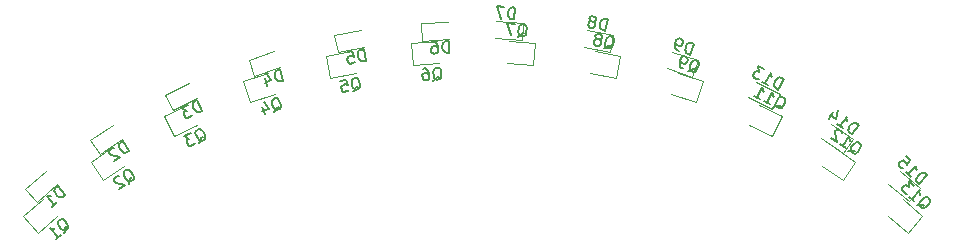
<source format=gbr>
%TF.GenerationSoftware,KiCad,Pcbnew,(5.1.10)-1*%
%TF.CreationDate,2022-02-04T19:35:20+09:00*%
%TF.ProjectId,Main,4d61696e-2e6b-4696-9361-645f70636258,rev?*%
%TF.SameCoordinates,Original*%
%TF.FileFunction,Legend,Bot*%
%TF.FilePolarity,Positive*%
%FSLAX46Y46*%
G04 Gerber Fmt 4.6, Leading zero omitted, Abs format (unit mm)*
G04 Created by KiCad (PCBNEW (5.1.10)-1) date 2022-02-04 19:35:20*
%MOMM*%
%LPD*%
G01*
G04 APERTURE LIST*
%ADD10C,0.120000*%
%ADD11C,0.150000*%
G04 APERTURE END LIST*
D10*
%TO.C,D1*%
X-35213931Y43723927D02*
X-36933199Y42218821D01*
X-36933199Y42218821D02*
X-37901473Y43324871D01*
X-37901473Y43324871D02*
X-36182205Y44829977D01*
%TO.C,D2*%
X-32393263Y47487542D02*
X-30492247Y48755362D01*
X-31577641Y46264570D02*
X-32393263Y47487542D01*
X-29676626Y47532389D02*
X-31577641Y46264570D01*
%TO.C,D3*%
X-26056935Y51303849D02*
X-24006700Y52312690D01*
X-25407922Y49984879D02*
X-26056935Y51303849D01*
X-23357687Y50993720D02*
X-25407922Y49984879D01*
%TO.C,D4*%
X-16356581Y53610291D02*
X-18520957Y52877690D01*
X-18520957Y52877690D02*
X-18992258Y54270089D01*
X-18992258Y54270089D02*
X-16827882Y55002690D01*
%TO.C,D5*%
X-11749481Y56332564D02*
X-9507998Y56776390D01*
X-11463956Y54890560D02*
X-11749481Y56332564D01*
X-9222474Y55334385D02*
X-11463956Y54890560D01*
%TO.C,D6*%
X-4379336Y57337638D02*
X-2099099Y57485094D01*
X-4284473Y55870702D02*
X-4379336Y57337638D01*
X-2004236Y56018158D02*
X-4284473Y55870702D01*
%TO.C,D7*%
X1950470Y57536403D02*
X4230446Y57384967D01*
X4230446Y57384967D02*
X4133024Y55918199D01*
X4133024Y55918199D02*
X1853048Y56069635D01*
%TO.C,D8*%
X9659529Y56777509D02*
X11900233Y56329772D01*
X11900233Y56329772D02*
X11612192Y54888268D01*
X11612192Y54888268D02*
X9371488Y55336005D01*
%TO.C,D9*%
X16879546Y54953600D02*
X19042639Y54217223D01*
X19042639Y54217223D02*
X18568909Y52825648D01*
X18568909Y52825648D02*
X16405815Y53562025D01*
%TO.C,D13*%
X23958468Y52413374D02*
X26006940Y51400957D01*
X26006940Y51400957D02*
X25355625Y50083122D01*
X25355625Y50083122D02*
X23307154Y51095539D01*
%TO.C,D14*%
X30294090Y48855810D02*
X32192889Y47584675D01*
X32192889Y47584675D02*
X31375135Y46363127D01*
X31375135Y46363127D02*
X29476335Y47634263D01*
%TO.C,D15*%
X36880526Y42267718D02*
X35163887Y43775822D01*
X37850728Y43372077D02*
X36880526Y42267718D01*
X36134090Y44880180D02*
X37850728Y43372077D01*
%TO.C,Q1*%
X-36411282Y42468259D02*
X-38057190Y41027376D01*
X-38057190Y41027376D02*
X-36822147Y39616598D01*
X-36822147Y39616598D02*
X-35176239Y41057481D01*
%TO.C,Q2*%
X-30556558Y46857564D02*
X-32376458Y45643842D01*
X-32376458Y45643842D02*
X-31336125Y44083928D01*
X-31336125Y44083928D02*
X-29516225Y45297650D01*
%TO.C,Q3*%
X-25313932Y47796968D02*
X-23351180Y48762762D01*
X-26141756Y49479328D02*
X-25313932Y47796968D01*
X-24179003Y50445122D02*
X-26141756Y49479328D01*
%TO.C,Q4*%
X-17387739Y53169550D02*
X-19459762Y52468209D01*
X-19459762Y52468209D02*
X-18858612Y50692190D01*
X-18858612Y50692190D02*
X-16786590Y51393530D01*
%TO.C,Q5*%
X-12080616Y52720053D02*
X-9934776Y53144941D01*
X-12444805Y54559344D02*
X-12080616Y52720053D01*
X-10298966Y54984232D02*
X-12444805Y54559344D01*
%TO.C,Q6*%
X-3033974Y55858120D02*
X-5216914Y55716955D01*
X-5216914Y55716955D02*
X-5095916Y53845863D01*
X-5095916Y53845863D02*
X-2912976Y53987028D01*
%TO.C,Q7*%
X5218369Y55714127D02*
X3035678Y55859101D01*
X5094105Y53843249D02*
X5218369Y55714127D01*
X2911414Y53988223D02*
X5094105Y53843249D01*
%TO.C,Q8*%
X9933384Y53146330D02*
X12078479Y52717698D01*
X12078479Y52717698D02*
X12445878Y54556350D01*
X12445878Y54556350D02*
X10300783Y54984983D01*
%TO.C,Q9*%
X19460435Y52465101D02*
X17389639Y53170057D01*
X18856186Y50690133D02*
X19460435Y52465101D01*
X16785391Y51395089D02*
X18856186Y50690133D01*
%TO.C,Q11*%
X23350195Y48764464D02*
X25311259Y47795246D01*
X25311259Y47795246D02*
X26142017Y49476158D01*
X26142017Y49476158D02*
X24180953Y50445377D01*
%TO.C,Q12*%
X32376303Y45640665D02*
X30558525Y46857562D01*
X31333249Y44082569D02*
X32376303Y45640665D01*
X29515471Y45299466D02*
X31333249Y44082569D01*
%TO.C,Q13*%
X35175728Y41059380D02*
X36819119Y39615626D01*
X36819119Y39615626D02*
X38056622Y41024247D01*
X38056622Y41024247D02*
X36413231Y42468000D01*
%TO.C,D1*%
D11*
X-34504741Y42819844D02*
X-35163431Y43572259D01*
X-35342577Y43415428D01*
X-35418699Y43285500D01*
X-35427625Y43151109D01*
X-35400722Y43048085D01*
X-35311086Y42873401D01*
X-35216988Y42765913D01*
X-35055694Y42653962D01*
X-34957132Y42613670D01*
X-34822741Y42604744D01*
X-34683887Y42663013D01*
X-34504741Y42819844D01*
X-35651278Y41816127D02*
X-35221327Y42192521D01*
X-35436302Y42004324D02*
X-36094992Y42756739D01*
X-35929235Y42711983D01*
X-35794844Y42703057D01*
X-35691819Y42729960D01*
%TO.C,D2*%
X-29091510Y46543472D02*
X-29646355Y47375426D01*
X-29844439Y47243321D01*
X-29936868Y47124440D01*
X-29963260Y46992364D01*
X-29950034Y46886709D01*
X-29883966Y46701821D01*
X-29804703Y46582970D01*
X-29659401Y46450924D01*
X-29566942Y46398111D01*
X-29434866Y46371720D01*
X-29289594Y46411367D01*
X-29091510Y46543472D01*
X-30385849Y46767769D02*
X-30451887Y46780965D01*
X-30557542Y46767740D01*
X-30755627Y46635634D01*
X-30808439Y46543175D01*
X-30821635Y46477137D01*
X-30808409Y46371482D01*
X-30755567Y46292248D01*
X-30636687Y46199819D01*
X-29844230Y46041470D01*
X-30359250Y45697995D01*
%TO.C,D3*%
X-22906656Y49936891D02*
X-23348161Y50834150D01*
X-23561794Y50729029D01*
X-23668950Y50623230D01*
X-23712355Y50495729D01*
X-23713033Y50389252D01*
X-23671664Y50197321D01*
X-23608591Y50069142D01*
X-23481768Y49919259D01*
X-23396994Y49854830D01*
X-23269492Y49811425D01*
X-23120288Y49831771D01*
X-22906656Y49936891D01*
X-24159967Y50434692D02*
X-24715412Y50161379D01*
X-24248133Y49966735D01*
X-24376313Y49903662D01*
X-24440742Y49818888D01*
X-24462445Y49755137D01*
X-24463123Y49648660D01*
X-24358003Y49435027D01*
X-24273228Y49370598D01*
X-24209477Y49348895D01*
X-24103000Y49348217D01*
X-23846640Y49474361D01*
X-23782211Y49559136D01*
X-23760509Y49622887D01*
%TO.C,D4*%
X-16047352Y52503632D02*
X-16367965Y53450842D01*
X-16593491Y53374505D01*
X-16713540Y53283598D01*
X-16773216Y53162853D01*
X-16787786Y53057375D01*
X-16771822Y52861687D01*
X-16726020Y52726371D01*
X-16619846Y52561218D01*
X-16544206Y52486274D01*
X-16423461Y52426599D01*
X-16272878Y52427295D01*
X-16047352Y52503632D01*
X-17614251Y52677086D02*
X-17400509Y52045613D01*
X-17510863Y53114265D02*
X-17056328Y52514023D01*
X-17642696Y52315548D01*
%TO.C,D5*%
X-9060338Y54196832D02*
X-9254573Y55177787D01*
X-9488133Y55131540D01*
X-9619021Y55057080D01*
X-9693946Y54945158D01*
X-9722160Y54842484D01*
X-9731875Y54646386D01*
X-9704127Y54506250D01*
X-9620418Y54328650D01*
X-9555208Y54244475D01*
X-9443285Y54169550D01*
X-9293899Y54150585D01*
X-9060338Y54196832D01*
X-10702649Y54891060D02*
X-10235528Y54983552D01*
X-10096323Y54525680D01*
X-10152284Y54563143D01*
X-10254958Y54591357D01*
X-10488519Y54545110D01*
X-10572694Y54479900D01*
X-10610157Y54423938D01*
X-10638370Y54321265D01*
X-10592124Y54087704D01*
X-10526913Y54003529D01*
X-10470952Y53966066D01*
X-10368278Y53937852D01*
X-10134718Y53984099D01*
X-10050543Y54049309D01*
X-10013080Y54105271D01*
%TO.C,D6*%
X-1991969Y54869173D02*
X-2056501Y55867089D01*
X-2294100Y55851724D01*
X-2433586Y55794986D01*
X-2522480Y55693800D01*
X-2563854Y55595687D01*
X-2599082Y55402535D01*
X-2589863Y55259976D01*
X-2530051Y55072970D01*
X-2476385Y54981003D01*
X-2375200Y54892110D01*
X-2229568Y54853809D01*
X-1991969Y54869173D01*
X-3482095Y55774900D02*
X-3292015Y55787192D01*
X-3193903Y55745818D01*
X-3143310Y55701371D01*
X-3039052Y55564958D01*
X-2979240Y55377952D01*
X-2954656Y54997793D01*
X-2996030Y54899681D01*
X-3040477Y54849088D01*
X-3132444Y54795422D01*
X-3322523Y54783130D01*
X-3420635Y54824504D01*
X-3471228Y54868951D01*
X-3524894Y54960918D01*
X-3540259Y55198517D01*
X-3498885Y55296629D01*
X-3454438Y55347222D01*
X-3362471Y55400888D01*
X-3172392Y55413180D01*
X-3074280Y55371806D01*
X-3023687Y55327359D01*
X-2970021Y55235392D01*
%TO.C,D7*%
X3501263Y57676553D02*
X3567537Y58674354D01*
X3329965Y58690134D01*
X3184266Y58652087D01*
X3082926Y58563370D01*
X3029099Y58471497D01*
X2968961Y58284596D01*
X2959494Y58142053D01*
X2994385Y57948839D01*
X3035587Y57850655D01*
X3124304Y57749314D01*
X3263691Y57692332D01*
X3501263Y57676553D01*
X2664764Y58734316D02*
X1999563Y58778499D01*
X2360918Y57752294D01*
%TO.C,D8*%
X11215347Y56714040D02*
X11411293Y57694655D01*
X11177814Y57741309D01*
X11028395Y57722605D01*
X10916342Y57647875D01*
X10850984Y57563814D01*
X10766965Y57386361D01*
X10738973Y57246273D01*
X10748346Y57050158D01*
X10776380Y56947436D01*
X10851110Y56835382D01*
X10981868Y56760694D01*
X11215347Y56714040D01*
X10206614Y57498330D02*
X10309337Y57526364D01*
X10365363Y57563729D01*
X10430721Y57647791D01*
X10440052Y57694486D01*
X10412017Y57797209D01*
X10374652Y57853236D01*
X10290591Y57918593D01*
X10103807Y57955916D01*
X10001084Y57927882D01*
X9945058Y57890517D01*
X9879700Y57806456D01*
X9870370Y57759760D01*
X9898404Y57657037D01*
X9935769Y57601010D01*
X10019830Y57535653D01*
X10206614Y57498330D01*
X10290675Y57432972D01*
X10328040Y57376946D01*
X10356075Y57274223D01*
X10318752Y57087439D01*
X10253394Y57003378D01*
X10197367Y56966013D01*
X10094645Y56937979D01*
X9907861Y56975302D01*
X9823800Y57040659D01*
X9786435Y57096686D01*
X9758400Y57199409D01*
X9795723Y57386192D01*
X9861081Y57470253D01*
X9917108Y57507619D01*
X10019830Y57535653D01*
%TO.C,D9*%
X18413770Y54687599D02*
X18736036Y55634248D01*
X18510643Y55710978D01*
X18360061Y55711937D01*
X18239212Y55652472D01*
X18163442Y55577661D01*
X18056979Y55412693D01*
X18010941Y55277457D01*
X17994636Y55081797D01*
X18009023Y54976294D01*
X18068488Y54855445D01*
X18188377Y54764329D01*
X18413770Y54687599D01*
X17422042Y55025210D02*
X17241728Y55086594D01*
X17166917Y55162365D01*
X17137184Y55222789D01*
X17093065Y55388717D01*
X17109371Y55584377D01*
X17232139Y55945005D01*
X17307909Y56019816D01*
X17368334Y56049549D01*
X17473837Y56063935D01*
X17654151Y56002552D01*
X17728962Y55926781D01*
X17758694Y55866357D01*
X17773081Y55760853D01*
X17696351Y55535461D01*
X17620581Y55460650D01*
X17560156Y55430917D01*
X17454653Y55416531D01*
X17274339Y55477915D01*
X17199528Y55553685D01*
X17169795Y55614110D01*
X17155409Y55719613D01*
%TO.C,D13*%
X25871745Y51738407D02*
X26314816Y52634894D01*
X26101367Y52740387D01*
X25952199Y52760993D01*
X25824622Y52717810D01*
X25739735Y52653529D01*
X25612651Y52503869D01*
X25549355Y52375799D01*
X25507650Y52183941D01*
X25508143Y52077463D01*
X25551325Y51949886D01*
X25658296Y51843900D01*
X25871745Y51738407D01*
X24505671Y52413563D02*
X25017949Y52160380D01*
X24761810Y52286971D02*
X25204881Y53183458D01*
X25226965Y53013191D01*
X25270147Y52885614D01*
X25334428Y52800727D01*
X24649913Y53457740D02*
X24094945Y53732022D01*
X24224985Y53242813D01*
X24096916Y53306109D01*
X23990437Y53305616D01*
X23926649Y53284025D01*
X23841762Y53219744D01*
X23736269Y53006295D01*
X23736761Y52899817D01*
X23758352Y52836028D01*
X23822633Y52751141D01*
X24078772Y52624549D01*
X24185251Y52625042D01*
X24249039Y52646633D01*
%TO.C,D14*%
X32102898Y47936884D02*
X32659193Y48767869D01*
X32461340Y48900320D01*
X32316137Y48940220D01*
X32184015Y48914059D01*
X32091464Y48861408D01*
X31945932Y48729616D01*
X31866462Y48610904D01*
X31800071Y48426131D01*
X31786661Y48320499D01*
X31812822Y48188377D01*
X31905044Y48069335D01*
X32102898Y47936884D01*
X30836635Y48784573D02*
X31311484Y48466689D01*
X31074060Y48625631D02*
X31630355Y49456616D01*
X31630026Y49284923D01*
X31656187Y49152801D01*
X31708838Y49060250D01*
X30495227Y49815387D02*
X30124363Y49261398D01*
X30905002Y49999501D02*
X30705502Y49273490D01*
X30191083Y49617863D01*
%TO.C,D15*%
X37807479Y43733019D02*
X38467480Y44484283D01*
X38288608Y44641427D01*
X38149856Y44699938D01*
X38015450Y44691247D01*
X37916818Y44651126D01*
X37755329Y44539457D01*
X37661043Y44432133D01*
X37571103Y44257607D01*
X37544020Y44154629D01*
X37552711Y44020223D01*
X37628606Y43890163D01*
X37807479Y43733019D01*
X36662695Y44738736D02*
X37091989Y44361592D01*
X36877342Y44550164D02*
X37537344Y45301428D01*
X37514607Y45131248D01*
X37523298Y44996841D01*
X37563419Y44898210D01*
X36642982Y46087145D02*
X37000727Y45772858D01*
X36722214Y45383685D01*
X36717869Y45450888D01*
X36677748Y45549520D01*
X36498876Y45706663D01*
X36395898Y45733746D01*
X36328695Y45729400D01*
X36230063Y45689280D01*
X36072920Y45510407D01*
X36045837Y45407429D01*
X36050183Y45340226D01*
X36090303Y45241595D01*
X36269176Y45084451D01*
X36372153Y45057368D01*
X36439357Y45061714D01*
%TO.C,Q1*%
X-34596607Y39591106D02*
X-34556315Y39689668D01*
X-34547388Y39824059D01*
X-34533999Y40025645D01*
X-34493707Y40124207D01*
X-34422048Y40186939D01*
X-34301047Y39976426D02*
X-34260754Y40074988D01*
X-34251828Y40209379D01*
X-34341463Y40384062D01*
X-34561026Y40634867D01*
X-34722320Y40746818D01*
X-34856711Y40755744D01*
X-34959736Y40728841D01*
X-35103053Y40603377D01*
X-35143346Y40504815D01*
X-35152272Y40370424D01*
X-35062636Y40195741D01*
X-34843073Y39944936D01*
X-34681779Y39832985D01*
X-34547388Y39824059D01*
X-34444364Y39850962D01*
X-34301047Y39976426D01*
X-35340096Y39066808D02*
X-34910144Y39443202D01*
X-35125120Y39255005D02*
X-35783809Y40007419D01*
X-35618052Y39962664D01*
X-35483662Y39953738D01*
X-35380637Y39980641D01*
%TO.C,Q2*%
X-29132952Y43768163D02*
X-29080140Y43860622D01*
X-29053748Y43992698D01*
X-29014161Y44190812D01*
X-28961349Y44283271D01*
X-28882115Y44336114D01*
X-28789626Y44111608D02*
X-28736814Y44204067D01*
X-28710422Y44336144D01*
X-28776490Y44521032D01*
X-28961438Y44798350D01*
X-29106740Y44930396D01*
X-29238816Y44956788D01*
X-29344471Y44943562D01*
X-29502938Y44837878D01*
X-29555751Y44745419D01*
X-29582142Y44613342D01*
X-29516074Y44428454D01*
X-29331126Y44151136D01*
X-29185824Y44019090D01*
X-29053748Y43992698D01*
X-28948094Y44005924D01*
X-28789626Y44111608D01*
X-29965115Y44415169D02*
X-30031153Y44428365D01*
X-30136808Y44415139D01*
X-30334892Y44283033D01*
X-30387705Y44190574D01*
X-30400900Y44124536D01*
X-30387675Y44018881D01*
X-30334833Y43939647D01*
X-30215952Y43847218D01*
X-29423496Y43688870D01*
X-29938515Y43345395D01*
%TO.C,Q3*%
X-23170824Y47196334D02*
X-23106395Y47281109D01*
X-23062990Y47408610D01*
X-22997883Y47599862D01*
X-22933454Y47684637D01*
X-22848000Y47726685D01*
X-22785607Y47492028D02*
X-22721178Y47576803D01*
X-22677773Y47704304D01*
X-22719142Y47896235D01*
X-22866311Y48195321D01*
X-22993134Y48345203D01*
X-23120635Y48388608D01*
X-23227112Y48389286D01*
X-23398019Y48305190D01*
X-23462448Y48220415D01*
X-23505853Y48092914D01*
X-23464483Y47900983D01*
X-23317315Y47601897D01*
X-23190492Y47452015D01*
X-23062990Y47408610D01*
X-22956513Y47407932D01*
X-22785607Y47492028D01*
X-23910738Y48052901D02*
X-24466184Y47779588D01*
X-23998905Y47584944D01*
X-24127084Y47521871D01*
X-24191514Y47437097D01*
X-24213216Y47373346D01*
X-24213894Y47266869D01*
X-24108774Y47053236D01*
X-24023999Y46988807D01*
X-23960249Y46967104D01*
X-23853771Y46966426D01*
X-23597412Y47092570D01*
X-23532983Y47177345D01*
X-23511280Y47241096D01*
%TO.C,Q4*%
X-16812237Y49816962D02*
X-16737294Y49892602D01*
X-16677618Y50013347D01*
X-16588104Y50194464D01*
X-16513161Y50270104D01*
X-16422950Y50300639D01*
X-16391719Y50059845D02*
X-16316776Y50135485D01*
X-16257100Y50256230D01*
X-16273064Y50451918D01*
X-16379935Y50767655D01*
X-16486109Y50932809D01*
X-16606854Y50992485D01*
X-16712332Y51007055D01*
X-16892753Y50945986D01*
X-16967696Y50870346D01*
X-17027372Y50749601D01*
X-17011409Y50553913D01*
X-16904538Y50238176D01*
X-16798363Y50073023D01*
X-16677618Y50013347D01*
X-16572140Y49998776D01*
X-16391719Y50059845D01*
X-17823303Y50279102D02*
X-17609561Y49647628D01*
X-17719915Y50716280D02*
X-17265380Y50116038D01*
X-17851748Y49917563D01*
%TO.C,Q5*%
X-10165988Y51585207D02*
X-10081813Y51650418D01*
X-10006887Y51762341D01*
X-9894498Y51930225D01*
X-9810323Y51995436D01*
X-9716899Y52013934D01*
X-9717365Y51771124D02*
X-9633190Y51836335D01*
X-9558264Y51948258D01*
X-9548549Y52144355D01*
X-9613294Y52471341D01*
X-9697003Y52648940D01*
X-9808926Y52723866D01*
X-9911599Y52752079D01*
X-10098448Y52715082D01*
X-10182623Y52649872D01*
X-10257549Y52537949D01*
X-10267264Y52341851D01*
X-10202519Y52014866D01*
X-10118810Y51837267D01*
X-10006887Y51762341D01*
X-9904213Y51734127D01*
X-9717365Y51771124D01*
X-11219539Y52493100D02*
X-10752418Y52585593D01*
X-10613213Y52127720D01*
X-10669175Y52165183D01*
X-10771848Y52193397D01*
X-11005409Y52147151D01*
X-11089584Y52081940D01*
X-11127047Y52025979D01*
X-11155260Y51923305D01*
X-11109014Y51689744D01*
X-11043803Y51605569D01*
X-10987842Y51568106D01*
X-10885169Y51539893D01*
X-10651608Y51586139D01*
X-10567433Y51651350D01*
X-10529970Y51707311D01*
%TO.C,Q6*%
X-3345795Y52470817D02*
X-3253828Y52524483D01*
X-3164935Y52625668D01*
X-3031594Y52777446D01*
X-2939627Y52831112D01*
X-2844588Y52837258D01*
X-2876743Y52596586D02*
X-2784776Y52650252D01*
X-2695883Y52751437D01*
X-2660655Y52944589D01*
X-2682165Y53277228D01*
X-2741977Y53464234D01*
X-2843163Y53553128D01*
X-2941275Y53594502D01*
X-3131354Y53582210D01*
X-3223321Y53528544D01*
X-3312215Y53427359D01*
X-3347442Y53234206D01*
X-3325932Y52901568D01*
X-3266120Y52714562D01*
X-3164935Y52625668D01*
X-3066822Y52584294D01*
X-2876743Y52596586D01*
X-4224309Y53511532D02*
X-4034230Y53523823D01*
X-3936118Y53482450D01*
X-3885525Y53438003D01*
X-3781267Y53301589D01*
X-3721455Y53114583D01*
X-3696871Y52734425D01*
X-3738245Y52636312D01*
X-3782692Y52585720D01*
X-3874658Y52532054D01*
X-4064738Y52519762D01*
X-4162850Y52561136D01*
X-4213443Y52605583D01*
X-4267109Y52697549D01*
X-4282473Y52935148D01*
X-4241100Y53033261D01*
X-4196653Y53083853D01*
X-4104686Y53137519D01*
X-3914607Y53149811D01*
X-3816494Y53108437D01*
X-3765902Y53063990D01*
X-3712236Y52972024D01*
%TO.C,Q7*%
X3780171Y56200392D02*
X3878356Y56241594D01*
X3979696Y56330311D01*
X4131707Y56463386D01*
X4229892Y56504589D01*
X4324921Y56498277D01*
X4261627Y56263861D02*
X4359811Y56305064D01*
X4461152Y56393781D01*
X4521290Y56580682D01*
X4543381Y56913283D01*
X4508490Y57106496D01*
X4419773Y57207837D01*
X4327901Y57261663D01*
X4137843Y57274286D01*
X4039659Y57233084D01*
X3938318Y57144367D01*
X3878180Y56957465D01*
X3856089Y56624865D01*
X3890980Y56431652D01*
X3979696Y56330311D01*
X4071569Y56276485D01*
X4261627Y56263861D01*
X3567671Y57312157D02*
X2902470Y57356340D01*
X3263825Y56330135D01*
%TO.C,Q8*%
X11083455Y55226177D02*
X11186177Y55254211D01*
X11298231Y55328941D01*
X11466311Y55441037D01*
X11569033Y55469071D01*
X11662425Y55450410D01*
X11569075Y55226261D02*
X11671798Y55254295D01*
X11783851Y55329026D01*
X11867870Y55506479D01*
X11933186Y55833350D01*
X11923813Y56029465D01*
X11849083Y56141518D01*
X11765022Y56206876D01*
X11578238Y56244199D01*
X11475515Y56216164D01*
X11363462Y56141434D01*
X11279443Y55963981D01*
X11214127Y55637109D01*
X11223500Y55440995D01*
X11298231Y55328941D01*
X11382292Y55263584D01*
X11569075Y55226261D01*
X10700430Y55982558D02*
X10803153Y56010593D01*
X10859179Y56047958D01*
X10924537Y56132019D01*
X10933868Y56178715D01*
X10905833Y56281438D01*
X10868468Y56337464D01*
X10784407Y56402822D01*
X10597623Y56440145D01*
X10494901Y56412110D01*
X10438874Y56374745D01*
X10373516Y56290684D01*
X10364186Y56243988D01*
X10392220Y56141266D01*
X10429585Y56085239D01*
X10513646Y56019881D01*
X10700430Y55982558D01*
X10784491Y55917201D01*
X10821856Y55861174D01*
X10849891Y55758451D01*
X10812568Y55571668D01*
X10747210Y55487607D01*
X10691183Y55450241D01*
X10588461Y55422207D01*
X10401677Y55459530D01*
X10317616Y55524888D01*
X10280251Y55580914D01*
X10252216Y55683637D01*
X10289539Y55870421D01*
X10354897Y55954482D01*
X10410924Y55991847D01*
X10513646Y56019881D01*
%TO.C,Q9*%
X18197097Y53307028D02*
X18302600Y53321415D01*
X18423449Y53380880D01*
X18604722Y53470078D01*
X18710225Y53484464D01*
X18800383Y53453772D01*
X18678574Y53243726D02*
X18784077Y53258112D01*
X18904926Y53317577D01*
X19011389Y53482545D01*
X19118811Y53798095D01*
X19135116Y53993755D01*
X19075651Y54114604D01*
X19000840Y54190375D01*
X18820526Y54251759D01*
X18715023Y54237372D01*
X18594174Y54177907D01*
X18487711Y54012939D01*
X18380289Y53697389D01*
X18363984Y53501729D01*
X18423449Y53380880D01*
X18498260Y53305110D01*
X18678574Y53243726D01*
X17822082Y53535299D02*
X17641768Y53596683D01*
X17566957Y53672454D01*
X17537224Y53732878D01*
X17493105Y53898806D01*
X17509410Y54094466D01*
X17632178Y54455094D01*
X17707949Y54529905D01*
X17768373Y54559638D01*
X17873876Y54574024D01*
X18054191Y54512641D01*
X18129002Y54436870D01*
X18158734Y54376446D01*
X18173121Y54270942D01*
X18096391Y54045550D01*
X18020620Y53970739D01*
X17960196Y53941006D01*
X17854693Y53926620D01*
X17674379Y53988004D01*
X17599567Y54063774D01*
X17569835Y54124199D01*
X17555448Y54229702D01*
%TO.C,Q11*%
X25426279Y50264796D02*
X25532758Y50265288D01*
X25660334Y50308471D01*
X25851700Y50373245D01*
X25958178Y50373737D01*
X26043558Y50331540D01*
X25895375Y50139189D02*
X26001853Y50139682D01*
X26129430Y50182864D01*
X26256514Y50332525D01*
X26404205Y50631354D01*
X26445909Y50823212D01*
X26402727Y50950789D01*
X26338446Y51035676D01*
X26167687Y51120070D01*
X26061208Y51119578D01*
X25933631Y51076395D01*
X25806547Y50926735D01*
X25658857Y50627906D01*
X25617152Y50436048D01*
X25660334Y50308471D01*
X25724615Y50223584D01*
X25895375Y50139189D01*
X24657370Y50751050D02*
X25169648Y50497866D01*
X24913509Y50624458D02*
X25356580Y51520944D01*
X25378664Y51350677D01*
X25421846Y51223101D01*
X25486127Y51138213D01*
X23803573Y51173022D02*
X24315851Y50919839D01*
X24059712Y51046430D02*
X24502783Y51942917D01*
X24524867Y51772650D01*
X24568049Y51645073D01*
X24632331Y51560186D01*
%TO.C,Q12*%
X31769627Y46515978D02*
X31875258Y46502569D01*
X32007380Y46528729D01*
X32205563Y46567971D01*
X32311195Y46554561D01*
X32390336Y46501580D01*
X32218314Y46330217D02*
X32323946Y46316807D01*
X32456068Y46342968D01*
X32601599Y46474761D01*
X32787031Y46751755D01*
X32853422Y46936528D01*
X32827261Y47068650D01*
X32774610Y47161202D01*
X32616327Y47267163D01*
X32510695Y47280572D01*
X32378573Y47254412D01*
X32233042Y47122619D01*
X32047610Y46845624D01*
X31981219Y46660851D01*
X32007380Y46528729D01*
X32060031Y46436178D01*
X32218314Y46330217D01*
X31070764Y47098435D02*
X31545612Y46780552D01*
X31308188Y46939493D02*
X31864484Y47770478D01*
X31864154Y47598785D01*
X31890315Y47466663D01*
X31942966Y47374112D01*
X31257514Y48062200D02*
X31244433Y48128261D01*
X31191782Y48220812D01*
X30993929Y48353264D01*
X30888297Y48366673D01*
X30822236Y48353593D01*
X30729685Y48300942D01*
X30676704Y48221801D01*
X30636804Y48076598D01*
X30793769Y47283867D01*
X30279350Y47628240D01*
%TO.C,Q13*%
X37569387Y41971258D02*
X37672364Y41944175D01*
X37806771Y41952867D01*
X38008380Y41965904D01*
X38111358Y41938822D01*
X38182907Y41875964D01*
X37989989Y41728521D02*
X38092967Y41701438D01*
X38227373Y41710129D01*
X38388862Y41821799D01*
X38608862Y42072220D01*
X38698803Y42246747D01*
X38690111Y42381153D01*
X38649991Y42479785D01*
X38506893Y42605499D01*
X38403915Y42632582D01*
X38269509Y42623890D01*
X38108020Y42512221D01*
X37888019Y42261800D01*
X37798079Y42087273D01*
X37806771Y41952867D01*
X37846891Y41854235D01*
X37989989Y41728521D01*
X36952529Y42639951D02*
X37381823Y42262808D01*
X37167176Y42451380D02*
X37827178Y43202644D01*
X37804441Y43032463D01*
X37813132Y42898057D01*
X37853252Y42799425D01*
X37362109Y43611216D02*
X36897041Y44019789D01*
X36896033Y43513592D01*
X36788710Y43607878D01*
X36685732Y43634961D01*
X36618529Y43630615D01*
X36519897Y43590495D01*
X36362754Y43411622D01*
X36335671Y43308645D01*
X36340017Y43241442D01*
X36380137Y43142810D01*
X36594784Y42954238D01*
X36697762Y42927155D01*
X36764965Y42931501D01*
%TD*%
M02*

</source>
